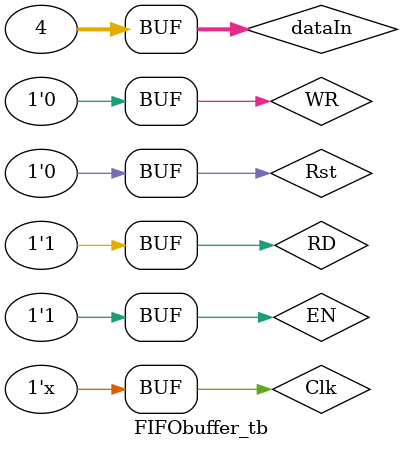
<source format=v>
`timescale 1ns / 1ps

module FIFObuffer_tb;

 // Inputs

 reg Clk;

 reg [31:0] dataIn;

 reg RD;

 reg WR;

 reg EN;

 reg Rst;

 // Outputs

 wire [31:0] dataOut;

 wire EMPTY;

 wire FULL;

 // Instantiate the Unit Under Test (UUT)

 FIFObuffer uut (

                  .Clk(Clk), 

                  .dataIn(dataIn), 

                  .RD(RD), 

                  .WR(WR), 

                  .EN(EN), 

                  .dataOut(dataOut), 

                  .Rst(Rst), 

                  .EMPTY(EMPTY), 

                  .FULL(FULL)

                  );

 initial begin

  // Initialize Inputs

  Clk  = 1'b0;

  dataIn  = 32'h0;

  RD  = 1'b0;

  WR  = 1'b0;

  EN  = 1'b0;

  Rst  = 1'b1;

  // Wait 100 ns for global reset to finish

  #100;        

  // Add stimulus here

  EN  = 1'b1;

  Rst  = 1'b1;

  #20;

  Rst  = 1'b0;

  WR  = 1'b1;

  dataIn  = 32'h0;

  #20;

  dataIn  = 32'h1;

  #20;

  dataIn  = 32'h2;

  #20;

  dataIn  = 32'h3;

  #20;

  dataIn  = 32'h4;

  #20;

  WR = 1'b0;

  RD = 1'b1;  

 end 

   always #10 Clk = ~Clk;    

endmodule
</source>
